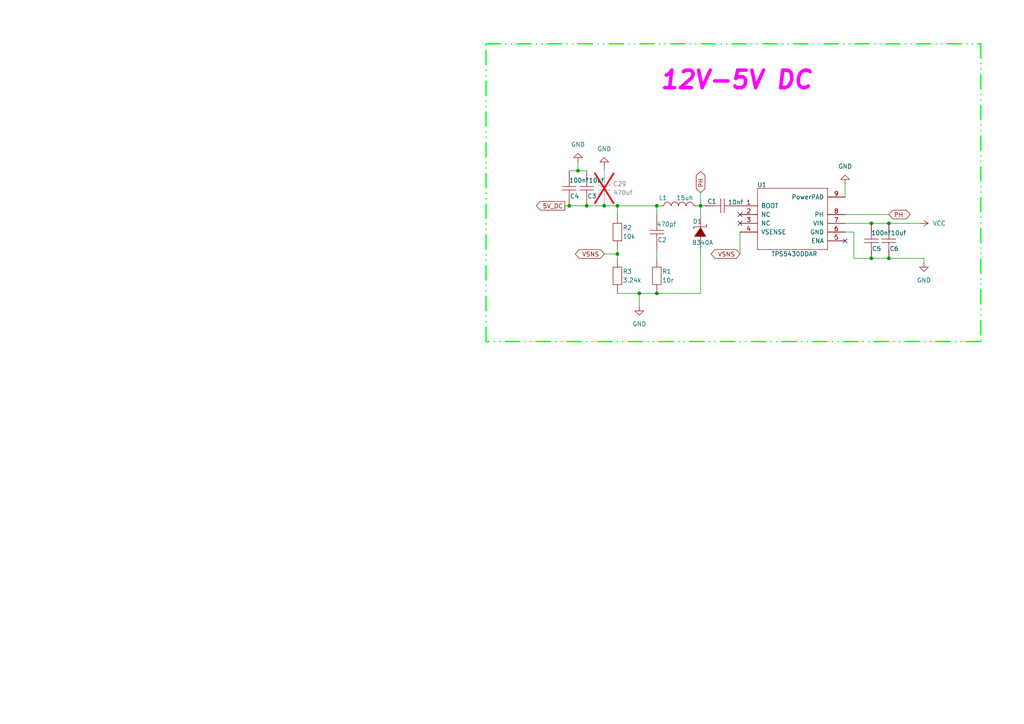
<source format=kicad_sch>
(kicad_sch (version 20250114) (generator "eeschema") (generator_version "9.0")
  (paper "A4")
  (title_block (title "12-5V") (date "2025-01-24") (rev "Dennis_Re_Yoonjiho"))
  (lib_symbols
    (symbol "Ts_Foc_Vo符号库:B340A" (pin_numbers (hide yes)) (pin_names (offset 1.016) (hide yes))
      (property "Reference" "D" (at -3.81 1.016 0))
      (property "Value" "B340A" (at 1.778 2.794 0))
      (symbol "B340A_1_1"
        (polyline (pts (xy -2.032 1.524) (xy -2.032 1.778) (xy -1.524 1.778) (xy -1.524 -2.032) (xy -1.016 -2.032) (xy -1.016 -1.778)) (stroke (width 0.1524)))
        (polyline (pts (xy 1.27 1.524) (xy -1.27 0) (xy 1.27 -1.778) (xy 1.27 1.524)) (stroke (width 0.1524)) (fill (type outline)))
        (pin input line (at -5.08 0 0) (length 3.81) (name "K") (number "1"))
        (pin input line (at 5.08 0 180) (length 3.81) (name "A") (number "2"))
      )
    )
    (symbol "Ts_Foc_Vo符号库:CAP" (pin_numbers (hide yes)) (pin_names (offset 1.016) (hide yes))
      (property "Reference" "C" (at -2.286 1.524 0))
      (property "Value" "Value" (at 3.81 1.524 0))
      (symbol "CAP_1_1"
        (polyline (pts (xy -0.508 0) (xy -2.54 0)) (stroke (width 0.1524)))
        (polyline (pts (xy -0.508 -2.032) (xy -0.508 2.032)) (stroke (width 0.1524)))
        (polyline (pts (xy 0.508 2.032) (xy 0.508 -2.032)) (stroke (width 0.1524)))
        (polyline (pts (xy 2.54 0) (xy 0.508 0)) (stroke (width 0.1524)))
        (pin input line (at -5.08 0 0) (length 2.54) (name "1") (number "1"))
        (pin input line (at 5.08 0 180) (length 2.54) (name "2") (number "2"))
      )
    )
    (symbol "Ts_Foc_Vo符号库:Cap_Electrolytic" (pin_numbers (hide yes)) (pin_names (offset 1.016) (hide yes))
      (property "Reference" "C" (at -4.318 2.286 0))
      (property "Value" "Cap_Electrolytic" (at 4.826 3.048 0))
      (symbol "Cap_Electrolytic_1_1"
        (polyline (pts (xy -2.54 0) (xy -0.508 0)) (stroke (width 0.1524)))
        (polyline (pts (xy -2.286 1.27) (xy -1.27 1.27)) (stroke (width 0.1524)))
        (polyline (pts (xy -1.778 1.778) (xy -1.778 0.762)) (stroke (width 0.1524)))
        (polyline (pts (xy -0.508 1.778) (xy -0.508 -1.778)) (stroke (width 0.1524)))
        (polyline (pts (xy 0.508 0) (xy 2.54 0)) (stroke (width 0.1524)))
        (arc (start 1.1176 -1.778) (mid 0.4139 0.0051) (end 1.143 1.778) (stroke (width 0.1524)))
        (pin input line (at -5.08 0 0) (length 2.54) (name "1") (number "1"))
        (pin input line (at 5.08 0 180) (length 2.54) (name "2") (number "2"))
      )
    )
    (symbol "Ts_Foc_Vo符号库:IND" (pin_numbers (hide yes)) (pin_names (offset 1.016) (hide yes))
      (property "Reference" "L" (at -5.08 2.032 0))
      (property "Value" "IND" (at 2.286 2.54 0))
      (symbol "IND_1_1"
        (polyline (pts (xy -4.2926 0) (xy -4.2926 0.2032) (xy -4.2672 0.381) (xy -4.191 0.5588) (xy -4.064 0.7366) (xy -3.937 0.8636) (xy -3.7592 0.9652) (xy -3.5814 1.0414) (xy -3.3782 1.0922) (xy -3.175 1.0922) (xy -2.9972 1.0414) (xy -2.794 0.9652) (xy -2.6416 0.8636) (xy -2.4892 0.7112) (xy -2.3876 0.5588) (xy -2.3114 0.381) (xy -2.286 0.1778) (xy -2.286 0)) (stroke (width 0.1524)))
        (polyline (pts (xy -2.1336 0) (xy -2.1336 0.2032) (xy -2.1082 0.381) (xy -2.032 0.5588) (xy -1.905 0.7366) (xy -1.778 0.8636) (xy -1.6002 0.9652) (xy -1.4224 1.0414) (xy -1.2192 1.0922) (xy -1.0414 1.0922) (xy -0.8382 1.0414) (xy -0.6604 0.9652) (xy -0.4826 0.8636) (xy -0.3556 0.7112) (xy -0.2286 0.5588) (xy -0.1524 0.381) (xy -0.127 0.1778) (xy -0.127 0)) (stroke (width 0.1524)))
        (polyline (pts (xy 0 0) (xy 0 0.2032) (xy 0.0508 0.381) (xy 0.127 0.5588) (xy 0.2286 0.7366) (xy 0.381 0.8636) (xy 0.5334 0.9652) (xy 0.7366 1.0414) (xy 0.9144 1.0922) (xy 1.1176 1.0922) (xy 1.3208 1.0414) (xy 1.4986 0.9652) (xy 1.6764 0.8636) (xy 1.8034 0.7112) (xy 1.905 0.5588) (xy 1.9812 0.381) (xy 2.032 0.1778) (xy 2.032 0)) (stroke (width 0.1524)))
        (polyline (pts (xy 2.1844 0) (xy 2.2098 0.2032) (xy 2.2352 0.381) (xy 2.3114 0.5588) (xy 2.4384 0.7366) (xy 2.5654 0.8636) (xy 2.7432 0.9652) (xy 2.921 1.0414) (xy 3.1242 1.0922) (xy 3.302 1.0922) (xy 3.5052 1.0414) (xy 3.683 0.9652) (xy 3.8608 0.8636) (xy 3.9878 0.7112) (xy 4.1148 0.5588) (xy 4.191 0.381) (xy 4.2164 0.1778) (xy 4.2164 0)) (stroke (width 0.1524)))
        (pin input line (at -5.08 0 0) (length 0.762) (name "1") (number "1"))
        (pin input line (at 5.08 0 180) (length 0.762) (name "2") (number "2"))
      )
    )
    (symbol "Ts_Foc_Vo符号库:RES" (pin_numbers (hide yes)) (pin_names (offset 1.016) (hide yes))
      (property "Reference" "R" (at -2.286 2.032 0))
      (property "Value" "Value" (at 2.286 2.032 0))
      (symbol "RES_1_1"
        (rectangle (start -2.54 1.27) (end 2.54 -1.27) (stroke (width 0.1524)))
        (pin input line (at -5.08 0 0) (length 2.54) (name "1") (number "1"))
        (pin input line (at 5.08 0 180) (length 2.54) (name "2") (number "2"))
      )
    )
    (symbol "Ts_Foc_Vo符号库:TPS5430DDAR" (pin_names (offset 1.016))
      (property "Reference" "U" (at -9.398 10.16 0))
      (property "Value" "TPS5430DDAR" (at 0.508 -10.414 0))
      (symbol "TPS5430DDAR_1_1"
        (rectangle (start -10.16 8.89) (end 10.16 -8.89) (stroke (width 0.1524)))
        (pin input line (at -15.24 3.81 0) (length 5.08) (name "BOOT") (number "1"))
        (pin input line (at -15.24 1.27 0) (length 5.08) (name "NC") (number "2"))
        (pin input line (at -15.24 -1.27 0) (length 5.08) (name "NC") (number "3"))
        (pin input line (at -15.24 -3.81 0) (length 5.08) (name "VSENSE") (number "4"))
        (pin input line (at 15.24 6.35 180) (length 5.08) (name "PowerPAD") (number "9"))
        (pin input line (at 15.24 1.27 180) (length 5.08) (name "PH") (number "8"))
        (pin input line (at 15.24 -1.27 180) (length 5.08) (name "VIN") (number "7"))
        (pin input line (at 15.24 -3.81 180) (length 5.08) (name "GND") (number "6"))
        (pin input line (at 15.24 -6.35 180) (length 5.08) (name "ENA") (number "5"))
      )
    )
    (symbol "power:GND" (power) (pin_numbers (hide yes)) (pin_names (offset 0) (hide yes))
      (property "Value" "GND" (at 0 -3.81 0))
      (symbol "GND_0_1"
        (polyline (pts (xy 0 0) (xy 0 -1.27) (xy 1.27 -1.27) (xy 0 -2.54) (xy -1.27 -1.27) (xy 0 -1.27)))
      )
      (symbol "GND_1_1"
        (pin power_in line (at 0 0 270) (length 0) (name "~") (number "1"))
      )
    )
    (symbol "power:VCC" (power) (pin_numbers (hide yes)) (pin_names (offset 0) (hide yes))
      (property "Value" "VCC" (at 0 3.556 0))
      (symbol "VCC_0_1"
        (polyline (pts (xy -0.762 1.27) (xy 0 2.54)))
        (polyline (pts (xy 0 2.54) (xy 0.762 1.27)))
        (polyline (pts (xy 0 0) (xy 0 2.54)))
      )
      (symbol "VCC_1_1"
        (pin power_in line (at 0 0 90) (length 0) (name "~") (number "1"))
      )
    )
  )
  (text "12V-5V DC\n" (exclude_from_sim yes) (at 213.614 23.368 0) (effects (font (size 5.08 5.08) (thickness 1.016) (bold yes) (italic yes))))
  (junction (at 170.18 59.69))
  (junction (at 190.5 59.69))
  (junction (at 252.73 64.77))
  (junction (at 165.1 59.69))
  (junction (at 185.42 85.09))
  (junction (at 252.73 74.93))
  (junction (at 257.81 64.77))
  (junction (at 167.64 49.53))
  (junction (at 179.07 73.66))
  (junction (at 179.07 59.69))
  (junction (at 257.81 74.93))
  (junction (at 175.26 59.69))
  (junction (at 203.2 59.69))
  (junction (at 190.5 85.09))
  (no_connect (at 214.63 64.77))
  (no_connect (at 214.63 62.23))
  (no_connect (at 245.11 69.85))
  (wire (pts (xy 214.63 67.31) (xy 214.63 73.66)))
  (wire (pts (xy 267.97 74.93) (xy 257.81 74.93)))
  (wire (pts (xy 247.65 67.31) (xy 247.65 74.93)))
  (wire (pts (xy 190.5 62.23) (xy 190.5 59.69)))
  (wire (pts (xy 179.07 59.69) (xy 190.5 59.69)))
  (wire (pts (xy 165.1 49.53) (xy 167.64 49.53)))
  (wire (pts (xy 185.42 88.9) (xy 185.42 85.09)))
  (wire (pts (xy 175.26 48.26) (xy 175.26 49.53)))
  (wire (pts (xy 190.5 74.93) (xy 190.5 72.39)))
  (wire (pts (xy 179.07 73.66) (xy 179.07 72.39)))
  (bus (pts (xy 140.97 12.7) (xy 284.48 12.7)) (stroke (width 0.381) (type dash_dot_dot) (color 0 255 30 1)))
  (bus (pts (xy 284.48 99.06) (xy 140.97 99.06)) (stroke (width 0.381) (type dash_dot_dot) (color 0 255 30 1)))
  (wire (pts (xy 203.2 62.23) (xy 203.2 59.69)))
  (wire (pts (xy 245.11 62.23) (xy 257.81 62.23)))
  (wire (pts (xy 247.65 74.93) (xy 252.73 74.93)))
  (wire (pts (xy 201.93 59.69) (xy 203.2 59.69)))
  (wire (pts (xy 252.73 74.93) (xy 257.81 74.93)))
  (wire (pts (xy 203.2 85.09) (xy 190.5 85.09)))
  (wire (pts (xy 267.97 76.2) (xy 267.97 74.93)))
  (wire (pts (xy 245.11 64.77) (xy 252.73 64.77)))
  (wire (pts (xy 203.2 59.69) (xy 204.47 59.69)))
  (wire (pts (xy 257.81 64.77) (xy 266.7 64.77)))
  (wire (pts (xy 190.5 59.69) (xy 191.77 59.69)))
  (wire (pts (xy 179.07 85.09) (xy 185.42 85.09)))
  (wire (pts (xy 165.1 59.69) (xy 170.18 59.69)))
  (wire (pts (xy 245.11 53.34) (xy 245.11 57.15)))
  (wire (pts (xy 185.42 85.09) (xy 190.5 85.09)))
  (wire (pts (xy 252.73 64.77) (xy 257.81 64.77)))
  (wire (pts (xy 167.64 46.99) (xy 167.64 49.53)))
  (bus (pts (xy 284.48 12.7) (xy 284.48 99.06)) (stroke (width 0.381) (type dash_dot_dot) (color 0 255 30 1)))
  (wire (pts (xy 175.26 59.69) (xy 179.07 59.69)))
  (wire (pts (xy 179.07 74.93) (xy 179.07 73.66)))
  (wire (pts (xy 203.2 72.39) (xy 203.2 85.09)))
  (wire (pts (xy 203.2 55.88) (xy 203.2 59.69)))
  (wire (pts (xy 167.64 49.53) (xy 170.18 49.53)))
  (wire (pts (xy 245.11 67.31) (xy 247.65 67.31)))
  (wire (pts (xy 179.07 62.23) (xy 179.07 59.69)))
  (wire (pts (xy 163.83 59.69) (xy 165.1 59.69)))
  (wire (pts (xy 175.26 73.66) (xy 179.07 73.66)))
  (wire (pts (xy 170.18 59.69) (xy 175.26 59.69)))
  (bus (pts (xy 140.97 99.06) (xy 140.97 12.7)) (stroke (width 0.381) (type dash_dot_dot) (color 0 255 30 1)))
  (global_label "PH" (shape bidirectional) (at 203.2 55.88 90) (property "Intersheetrefs" "${INTERSHEET_REFS}" (effects (hide yes))))
  (global_label "VSNS" (shape bidirectional) (at 175.26 73.66 180) (property "Intersheetrefs" "${INTERSHEET_REFS}" (effects (hide yes))))
  (global_label "PH" (shape bidirectional) (at 257.81 62.23 0) (property "Intersheetrefs" "${INTERSHEET_REFS}" (effects (hide yes))))
  (global_label "5V_DC" (shape output) (at 163.83 59.69 180) (property "Intersheetrefs" "${INTERSHEET_REFS}" (effects (hide yes))))
  (global_label "VSNS" (shape bidirectional) (at 214.63 73.66 180) (property "Intersheetrefs" "${INTERSHEET_REFS}" (effects (hide yes))))
  (symbol (lib_id "Ts_Foc_Vo符号库:RES") (at 179.07 67.31 90) (unit 1)
    (property "Reference" "R2" (at 180.594 66.04 90) (effects (justify right)))
    (property "Value" "10k" (at 180.594 68.58 90) (effects (justify right)))
    (property "Footprint" "Ts_Foc_Vo封装库:Res_0402" (effects (hide yes)))
    (property "SuppliersPartNumber" "C5200633" (effects (hide yes)))
    (property "uuid" "std:0c78b8f437b74d4badbc2695159e48f2" (effects (hide yes)))
  )
  (symbol (lib_id "power:VCC") (at 266.7 64.77 270) (unit 1)
    (property "Reference" "#PWR02" (effects (hide yes)))
    (property "Value" "VCC" (at 270.51 64.7699 90) (effects (justify left)))
    (property "Description" "Power symbol creates a global label with name \"VCC\"" (effects (hide yes)))
  )
  (symbol (lib_id "power:GND") (at 167.64 46.99 180) (unit 1)
    (property "Reference" "#PWR05" (effects (hide yes)))
    (property "Value" "GND" (at 167.64 41.91 0))
    (property "Description" "Power symbol creates a global label with name \"GND\" , ground" (effects (hide yes)))
  )
  (symbol (lib_id "Ts_Foc_Vo符号库:CAP") (at 257.81 69.85 90) (unit 1)
    (property "Reference" "C6" (at 259.334 72.136 90))
    (property "Value" "10uf" (at 260.604 67.564 90))
    (property "Footprint" "Ts_Foc_Vo封装库:CAP_0402" (effects (hide yes)))
    (property "Datasheet" "http://www.szlcsc.com/product/details_602003.html" (effects (hide yes)))
    (property "SuppliersPartNumber" "C575438" (effects (hide yes)))
    (property "uuid" "std:0b682b3549a44c2f91624e74dc370f45" (effects (hide yes)))
  )
  (symbol (lib_id "Ts_Foc_Vo符号库:Cap_Electrolytic") (at 175.26 54.61 90) (unit 1) (exclude_from_sim yes) (in_bom no) (on_board no) (dnp yes)
    (property "Reference" "C29" (at 177.8 53.3399 90) (effects (justify right)))
    (property "Value" "470uf" (at 177.8 55.8799 90) (effects (justify right)))
    (property "Footprint" "Ts_Foc_Vo封装库:Cap_Electrolytic" (effects (hide yes)))
    (property "SuppliersPartNumber" "C2960233" (effects (hide yes)))
    (property "uuid" "std:f2c4c4acb06341a6b501ff67d9191846" (effects (hide yes)))
  )
  (symbol (lib_id "power:GND") (at 267.97 76.2 0) (unit 1)
    (property "Reference" "#PWR03" (effects (hide yes)))
    (property "Value" "GND" (at 267.97 81.28 0))
    (property "Description" "Power symbol creates a global label with name \"GND\" , ground" (effects (hide yes)))
  )
  (symbol (lib_id "Ts_Foc_Vo符号库:IND") (at 196.85 59.69 0) (unit 1)
    (property "Reference" "L1" (at 192.278 57.404 0))
    (property "Value" "15uh" (at 198.628 57.404 0))
    (property "Footprint" "Ts_Foc_Vo封装库:IND-SMD" (effects (hide yes)))
    (property "Datasheet" "http://www.szlcsc.com/product/details_188635.html" (effects (hide yes)))
    (property "SuppliersPartNumber" "C177243" (effects (hide yes)))
    (property "uuid" "std:8060a19c00054c83b6ca7c54964c3539" (effects (hide yes)))
  )
  (symbol (lib_id "Ts_Foc_Vo符号库:CAP") (at 190.5 67.31 90) (unit 1)
    (property "Reference" "C2" (at 192.024 69.596 90))
    (property "Value" "470pf" (at 193.294 65.024 90))
    (property "Footprint" "Ts_Foc_Vo封装库:CAP_0402" (effects (hide yes)))
    (property "Datasheet" "http://www.szlcsc.com/product/details_602003.html" (effects (hide yes)))
    (property "SuppliersPartNumber" "C575438" (effects (hide yes)))
    (property "uuid" "std:0b682b3549a44c2f91624e74dc370f45" (effects (hide yes)))
  )
  (symbol (lib_id "power:GND") (at 185.42 88.9 0) (unit 1)
    (property "Reference" "#PWR04" (effects (hide yes)))
    (property "Value" "GND" (at 185.42 93.98 0))
    (property "Description" "Power symbol creates a global label with name \"GND\" , ground" (effects (hide yes)))
  )
  (symbol (lib_id "Ts_Foc_Vo符号库:CAP") (at 209.55 59.69 0) (unit 1)
    (property "Reference" "C1" (at 206.502 58.42 0))
    (property "Value" "10nf" (at 213.36 58.674 0))
    (property "Footprint" "Ts_Foc_Vo封装库:CAP_0402" (effects (hide yes)))
    (property "Datasheet" "http://www.szlcsc.com/product/details_602003.html" (effects (hide yes)))
    (property "SuppliersPartNumber" "C575438" (effects (hide yes)))
    (property "uuid" "std:0b682b3549a44c2f91624e74dc370f45" (effects (hide yes)))
  )
  (symbol (lib_id "Ts_Foc_Vo符号库:CAP") (at 252.73 69.85 90) (unit 1)
    (property "Reference" "C5" (at 254.254 72.136 90))
    (property "Value" "100nf" (at 255.524 67.564 90))
    (property "Footprint" "Ts_Foc_Vo封装库:CAP_0402" (effects (hide yes)))
    (property "Datasheet" "http://www.szlcsc.com/product/details_602003.html" (effects (hide yes)))
    (property "SuppliersPartNumber" "C575438" (effects (hide yes)))
    (property "uuid" "std:0b682b3549a44c2f91624e74dc370f45" (effects (hide yes)))
  )
  (symbol (lib_id "Ts_Foc_Vo符号库:CAP") (at 170.18 54.61 90) (unit 1)
    (property "Reference" "C3" (at 171.704 56.896 90))
    (property "Value" "10uf" (at 172.974 52.324 90))
    (property "Footprint" "Ts_Foc_Vo封装库:CAP_0402" (effects (hide yes)))
    (property "Datasheet" "http://www.szlcsc.com/product/details_602003.html" (effects (hide yes)))
    (property "SuppliersPartNumber" "C575438" (effects (hide yes)))
    (property "uuid" "std:0b682b3549a44c2f91624e74dc370f45" (effects (hide yes)))
  )
  (symbol (lib_id "Ts_Foc_Vo符号库:RES") (at 179.07 80.01 90) (unit 1)
    (property "Reference" "R3" (at 180.594 78.74 90) (effects (justify right)))
    (property "Value" "3.24k" (at 180.594 81.28 90) (effects (justify right)))
    (property "Footprint" "Ts_Foc_Vo封装库:Res_0402" (effects (hide yes)))
    (property "SuppliersPartNumber" "C5200633" (effects (hide yes)))
    (property "uuid" "std:0c78b8f437b74d4badbc2695159e48f2" (effects (hide yes)))
  )
  (symbol (lib_id "power:GND") (at 245.11 53.34 180) (unit 1)
    (property "Reference" "#PWR01" (effects (hide yes)))
    (property "Value" "GND" (at 245.11 48.26 0))
    (property "Description" "Power symbol creates a global label with name \"GND\" , ground" (effects (hide yes)))
  )
  (symbol (lib_id "power:GND") (at 175.26 48.26 180) (unit 1)
    (property "Reference" "#PWR084" (effects (hide yes)))
    (property "Value" "GND" (at 175.26 43.18 0))
    (property "Description" "Power symbol creates a global label with name \"GND\" , ground" (effects (hide yes)))
  )
  (symbol (lib_id "Ts_Foc_Vo符号库:CAP") (at 165.1 54.61 90) (unit 1)
    (property "Reference" "C4" (at 166.624 56.896 90))
    (property "Value" "100nf" (at 167.894 52.324 90))
    (property "Footprint" "Ts_Foc_Vo封装库:CAP_0402" (effects (hide yes)))
    (property "Datasheet" "http://www.szlcsc.com/product/details_602003.html" (effects (hide yes)))
    (property "SuppliersPartNumber" "C575438" (effects (hide yes)))
    (property "uuid" "std:0b682b3549a44c2f91624e74dc370f45" (effects (hide yes)))
  )
  (symbol (lib_id "Ts_Foc_Vo符号库:TPS5430DDAR") (at 229.87 63.5 0) (unit 1)
    (property "Reference" "U1" (at 220.98 53.594 0))
    (property "Value" "TPS5430DDAR" (at 230.378 73.66 0))
    (property "Footprint" "Ts_Foc_Vo封装库:TPS5430DDAR_ESOP-8" (effects (hide yes)))
    (property "Datasheet" "http://www.szlcsc.com/product/details_10396.html" (effects (hide yes)))
    (property "SuppliersPartNumber" "C9864" (effects (hide yes)))
    (property "uuid" "std:4d7e2d88149a44739d5fcfa6b3cef78e" (effects (hide yes)))
  )
  (symbol (lib_id "Ts_Foc_Vo符号库:RES") (at 190.5 80.01 90) (unit 1)
    (property "Reference" "R1" (at 192.024 78.74 90) (effects (justify right)))
    (property "Value" "10r" (at 192.024 81.28 90) (effects (justify right)))
    (property "Footprint" "Ts_Foc_Vo封装库:Res_0402" (effects (hide yes)))
    (property "SuppliersPartNumber" "C5200633" (effects (hide yes)))
    (property "uuid" "std:0c78b8f437b74d4badbc2695159e48f2" (effects (hide yes)))
  )
  (symbol (lib_id "Ts_Foc_Vo符号库:B340A") (at 203.2 67.31 270) (unit 1)
    (property "Reference" "D1" (at 200.914 64.262 90) (effects (justify left)))
    (property "Value" "B340A" (at 200.66 70.358 90) (effects (justify left)))
    (property "Footprint" "Ts_Foc_Vo封装库:B340A_SMA" (effects (hide yes)))
    (property "Datasheet" "http://www.szlcsc.com/product/details_66052.html" (effects (hide yes)))
    (property "SuppliersPartNumber" "C64982" (effects (hide yes)))
    (property "uuid" "std:6b1fc1f1f28367f75c2b62d76f3fa5b8" (effects (hide yes)))
  )
)
</source>
